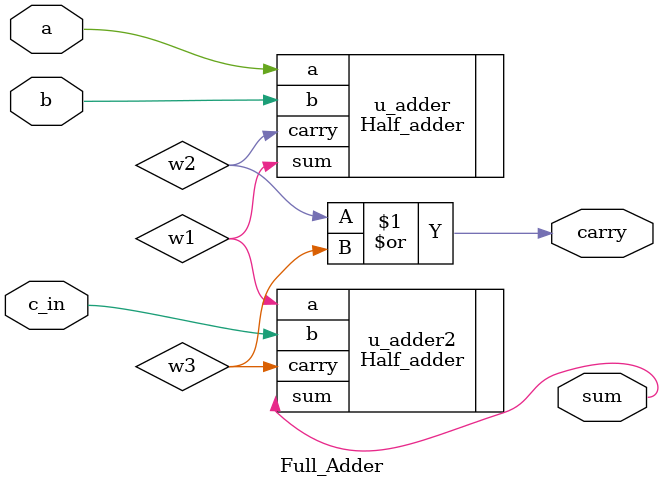
<source format=v>
module Full_Adder(a, b, c_in, sum, carry);

input a, b;
input c_in;
output sum, carry;

wire w1, w2, w3;

Half_adder u_adder(.a(a), .b(b), .sum(w1), .carry(w2));
Half_adder u_adder2(.a(w1), .b(c_in), .sum(sum), .carry(w3));
or (carry, w2, w3);

endmodule

</source>
